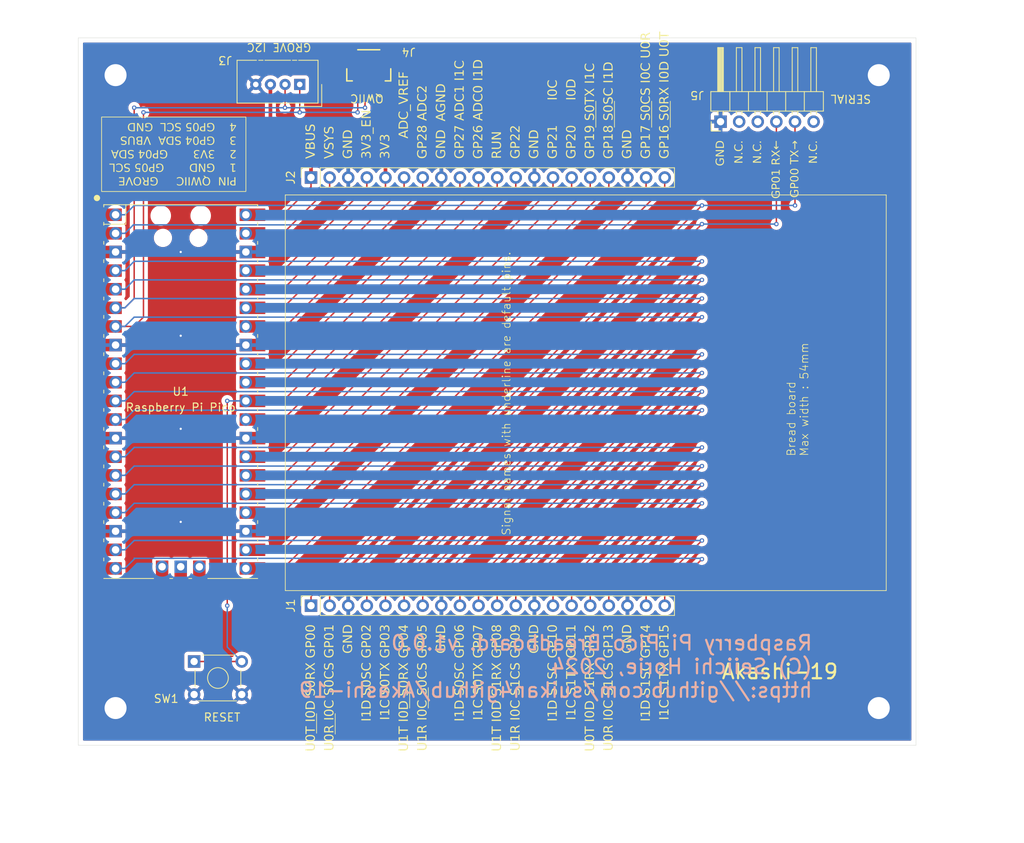
<source format=kicad_pcb>
(kicad_pcb (version 20221018) (generator pcbnew)
  (layers (0 "F.Cu" signal) (31 "B.Cu" signal) (34 "B.Paste" user) (35 "F.Paste" user) (36 "B.SilkS" user "B.Silkscreen") (37 "F.SilkS" user "F.Silkscreen") (38 "B.Mask" user) (39 "F.Mask" user) (44 "Edge.Cuts" user))
  (net 0 "")
  (net 4 "/SCL")
  (net 5 "/SDA")
  (net 6 "Net-(J2-Pin_4)")
  (net 7 "Net-(J1-Pin_4)")
  (net 8 "+5V")
  (net 9 "/TX")
  (net 10 "Net-(J2-Pin_9)")
  (net 11 "Net-(J2-Pin_10)")
  (net 12 "Net-(J2-Pin_11)")
  (net 13 "Net-(J2-Pin_12)")
  (net 14 "Net-(J2-Pin_14)")
  (net 15 "Net-(J2-Pin_15)")
  (net 16 "Net-(J2-Pin_16)")
  (net 17 "Net-(J2-Pin_17)")
  (net 18 "GND")
  (net 19 "Net-(J2-Pin_19)")
  (net 20 "Net-(J2-Pin_20)")
  (net 21 "Net-(J1-Pin_5)")
  (net 22 "Net-(J1-Pin_9)")
  (net 23 "Net-(J1-Pin_10)")
  (net 24 "Net-(J1-Pin_11)")
  (net 25 "Net-(J1-Pin_12)")
  (net 26 "Net-(J1-Pin_14)")
  (net 27 "Net-(J1-Pin_15)")
  (net 28 "Net-(J1-Pin_16)")
  (net 29 "Net-(J1-Pin_17)")
  (net 30 "Net-(J1-Pin_19)")
  (net 31 "Net-(J1-Pin_20)")
  (net 32 "Net-(J2-Pin_2)")
  (net 33 "+3.3V")
  (net 34 "Net-(J2-Pin_6)")
  (net 35 "Net-(J2-Pin_7)")
  (net 36 "/RX")
  (footprint "Connector_PinSocket_2.54mm:PinSocket_1x20_P2.54mm_Vertical" (layer "F.Cu") (at 129.54 129.54 90)
    (fp_text reference "J1" (at 0 -2.77 90) (layer "F.SilkS") (effects (font (size 1.1 1.1))))
    (fp_text value "Conn_01x20_Socket" hide)
    (pad "1" thru_hole rect (at 0 0 90) (size 1.7 1.7) (drill 1) (layers "*.Cu" "*.Mask") (net 9 "/TX"))
    (pad "2" thru_hole oval (at 0 2.54 90) (size 1.7 1.7) (drill 1) (layers "*.Cu" "*.Mask") (net 36 "/RX"))
    (pad "3" thru_hole oval (at 0 5.08 90) (size 1.7 1.7) (drill 1) (layers "*.Cu" "*.Mask") (net 18 "GND"))
    (pad "4" thru_hole oval (at 0 7.62 90) (size 1.7 1.7) (drill 1) (layers "*.Cu" "*.Mask") (net 7 "Net-(J1-Pin_4)"))
    (pad "5" thru_hole oval (at 0 10.16 90) (size 1.7 1.7) (drill 1) (layers "*.Cu" "*.Mask") (net 21 "Net-(J1-Pin_5)"))
    (pad "6" thru_hole oval (at 0 12.7 90) (size 1.7 1.7) (drill 1) (layers "*.Cu" "*.Mask") (net 5 "/SDA"))
    (pad "7" thru_hole oval (at 0 15.24 90) (size 1.7 1.7) (drill 1) (layers "*.Cu" "*.Mask") (net 4 "/SCL"))
    (pad "8" thru_hole oval (at 0 17.78 90) (size 1.7 1.7) (drill 1) (layers "*.Cu" "*.Mask") (net 18 "GND"))
    (pad "9" thru_hole oval (at 0 20.32 90) (size 1.7 1.7) (drill 1) (layers "*.Cu" "*.Mask") (net 22 "Net-(J1-Pin_9)"))
    (pad "10" thru_hole oval (at 0 22.86 90) (size 1.7 1.7) (drill 1) (layers "*.Cu" "*.Mask") (net 23 "Net-(J1-Pin_10)"))
    (pad "11" thru_hole oval (at 0 25.4 90) (size 1.7 1.7) (drill 1) (layers "*.Cu" "*.Mask") (net 24 "Net-(J1-Pin_11)"))
    (pad "12" thru_hole oval (at 0 27.94 90) (size 1.7 1.7) (drill 1) (layers "*.Cu" "*.Mask") (net 25 "Net-(J1-Pin_12)"))
    (pad "13" thru_hole oval (at 0 30.48 90) (size 1.7 1.7) (drill 1) (layers "*.Cu" "*.Mask") (net 18 "GND"))
    (pad "14" thru_hole oval (at 0 33.02 90) (size 1.7 1.7) (drill 1) (layers "*.Cu" "*.Mask") (net 26 "Net-(J1-Pin_14)"))
    (pad "15" thru_hole oval (at 0 35.56 90) (size 1.7 1.7) (drill 1) (layers "*.Cu" "*.Mask") (net 27 "Net-(J1-Pin_15)"))
    (pad "16" thru_hole oval (at 0 38.1 90) (size 1.7 1.7) (drill 1) (layers "*.Cu" "*.Mask") (net 28 "Net-(J1-Pin_16)"))
    (pad "17" thru_hole oval (at 0 40.64 90) (size 1.7 1.7) (drill 1) (layers "*.Cu" "*.Mask") (net 29 "Net-(J1-Pin_17)"))
    (pad "18" thru_hole oval (at 0 43.18 90) (size 1.7 1.7) (drill 1) (layers "*.Cu" "*.Mask") (net 18 "GND"))
    (pad "19" thru_hole oval (at 0 45.72 90) (size 1.7 1.7) (drill 1) (layers "*.Cu" "*.Mask") (net 30 "Net-(J1-Pin_19)"))
    (pad "20" thru_hole oval (at 0 48.26 90) (size 1.7 1.7) (drill 1) (layers "*.Cu" "*.Mask") (net 31 "Net-(J1-Pin_20)"))
  )
  (footprint "Button_Switch_THT:SW_TH_Tactile_Omron_B3F-10xx" (layer "F.Cu") (at 113.59 137.16)
    (fp_text reference "SW1" (at -3.81 5.08) (layer "F.SilkS") (effects (font (size 1.1 1.1))))
    (fp_text value "RESET" (at 3.81 7.62 unlocked) (layer "F.SilkS") (effects (font (size 1.1 1.1))))
    (pad "1" thru_hole rect (at 0 0) (size 1.7 1.7) (drill 1) (layers "*.Cu" "*.Mask") (net 12 "Net-(J2-Pin_11)"))
    (pad "1" thru_hole circle (at 6.5 0) (size 1.7 1.7) (drill 1) (layers "*.Cu" "*.Mask") (net 12 "Net-(J2-Pin_11)"))
    (pad "2" thru_hole circle (at 0 4.5) (size 1.7 1.7) (drill 1) (layers "*.Cu" "*.Mask") (net 18 "GND"))
    (pad "2" thru_hole circle (at 6.5 4.5) (size 1.7 1.7) (drill 1) (layers "*.Cu" "*.Mask") (net 18 "GND"))
  )
  (footprint "Connector_PinSocket_2.54mm:PinSocket_1x20_P2.54mm_Vertical" (layer "F.Cu") (at 129.54 71.12 90)
    (fp_text reference "J2" (at 0 -2.77 90) (layer "F.SilkS") (effects (font (size 1.1 1.1))))
    (fp_text value "Conn_01x20_Socket" hide)
    (pad "1" thru_hole rect (at 0 0 90) (size 1.7 1.7) (drill 1) (layers "*.Cu" "*.Mask") (net 8 "+5V"))
    (pad "2" thru_hole oval (at 0 2.54 90) (size 1.7 1.7) (drill 1) (layers "*.Cu" "*.Mask") (net 32 "Net-(J2-Pin_2)"))
    (pad "3" thru_hole oval (at 0 5.08 90) (size 1.7 1.7) (drill 1) (layers "*.Cu" "*.Mask") (net 18 "GND"))
    (pad "4" thru_hole oval (at 0 7.62 90) (size 1.7 1.7) (drill 1) (layers "*.Cu" "*.Mask") (net 6 "Net-(J2-Pin_4)"))
    (pad "5" thru_hole oval (at 0 10.16 90) (size 1.7 1.7) (drill 1) (layers "*.Cu" "*.Mask") (net 33 "+3.3V"))
    (pad "6" thru_hole oval (at 0 12.7 90) (size 1.7 1.7) (drill 1) (layers "*.Cu" "*.Mask") (net 34 "Net-(J2-Pin_6)"))
    (pad "7" thru_hole oval (at 0 15.24 90) (size 1.7 1.7) (drill 1) (layers "*.Cu" "*.Mask") (net 35 "Net-(J2-Pin_7)"))
    (pad "8" thru_hole oval (at 0 17.78 90) (size 1.7 1.7) (drill 1) (layers "*.Cu" "*.Mask") (net 18 "GND"))
    (pad "9" thru_hole oval (at 0 20.32 90) (size 1.7 1.7) (drill 1) (layers "*.Cu" "*.Mask") (net 10 "Net-(J2-Pin_9)"))
    (pad "10" thru_hole oval (at 0 22.86 90) (size 1.7 1.7) (drill 1) (layers "*.Cu" "*.Mask") (net 11 "Net-(J2-Pin_10)"))
    (pad "11" thru_hole oval (at 0 25.4 90) (size 1.7 1.7) (drill 1) (layers "*.Cu" "*.Mask") (net 12 "Net-(J2-Pin_11)"))
    (pad "12" thru_hole oval (at 0 27.94 90) (size 1.7 1.7) (drill 1) (layers "*.Cu" "*.Mask") (net 13 "Net-(J2-Pin_12)"))
    (pad "13" thru_hole oval (at 0 30.48 90) (size 1.7 1.7) (drill 1) (layers "*.Cu" "*.Mask") (net 18 "GND"))
    (pad "14" thru_hole oval (at 0 33.02 90) (size 1.7 1.7) (drill 1) (layers "*.Cu" "*.Mask") (net 14 "Net-(J2-Pin_14)"))
    (pad "15" thru_hole oval (at 0 35.56 90) (size 1.7 1.7) (drill 1) (layers "*.Cu" "*.Mask") (net 15 "Net-(J2-Pin_15)"))
    (pad "16" thru_hole oval (at 0 38.1 90) (size 1.7 1.7) (drill 1) (layers "*.Cu" "*.Mask") (net 16 "Net-(J2-Pin_16)"))
    (pad "17" thru_hole oval (at 0 40.64 90) (size 1.7 1.7) (drill 1) (layers "*.Cu" "*.Mask") (net 17 "Net-(J2-Pin_17)"))
    (pad "18" thru_hole oval (at 0 43.18 90) (size 1.7 1.7) (drill 1) (layers "*.Cu" "*.Mask") (net 18 "GND"))
    (pad "19" thru_hole oval (at 0 45.72 90) (size 1.7 1.7) (drill 1) (layers "*.Cu" "*.Mask") (net 19 "Net-(J2-Pin_19)"))
    (pad "20" thru_hole oval (at 0 48.26 90) (size 1.7 1.7) (drill 1) (layers "*.Cu" "*.Mask") (net 20 "Net-(J2-Pin_20)"))
  )
  (footprint "local_footprint:RPi_Pico_SMD_TH" (layer "F.Cu") (at 111.76 100.33)
    (fp_text reference "U1" (at 0 0) (layer "F.SilkS") (effects (font (size 1.1 1.1))))
    (fp_text value "Raspberry Pi Pico" (at 0 2.159) (layer "F.SilkS") (effects (font (size 1.1 1.1))))
    (pad "" np_thru_hole oval (at -2.725 -24) (size 1.8 1.8) (drill 1.8) (layers "*.Cu" "*.Mask"))
    (pad "" np_thru_hole oval (at -2.425 -20.97) (size 1.5 1.5) (drill 1.5) (layers "*.Cu" "*.Mask"))
    (pad "" np_thru_hole oval (at 2.425 -20.97) (size 1.5 1.5) (drill 1.5) (layers "*.Cu" "*.Mask"))
    (pad "" np_thru_hole oval (at 2.725 -24) (size 1.8 1.8) (drill 1.8) (layers "*.Cu" "*.Mask"))
    (pad "1" thru_hole oval (at -8.89 -24.13) (size 1.7 1.7) (drill 1.02) (layers "*.Cu" "*.Mask") (net 9 "/TX"))
    (pad "1" smd rect (at -8.89 -24.13) (size 3.5 1.7) (drill (offset -0.9 0)) (layers "F.Cu" "F.Mask") (net 9 "/TX"))
    (pad "2" thru_hole oval (at -8.89 -21.59) (size 1.7 1.7) (drill 1.02) (layers "*.Cu" "*.Mask") (net 36 "/RX"))
    (pad "2" smd rect (at -8.89 -21.59) (size 3.5 1.7) (drill (offset -0.9 0)) (layers "F.Cu" "F.Mask") (net 36 "/RX"))
    (pad "3" thru_hole rect (at -8.89 -19.05) (size 1.7 1.7) (drill 1.02) (layers "*.Cu" "*.Mask") (net 18 "GND"))
    (pad "3" smd rect (at -8.89 -19.05) (size 3.5 1.7) (drill (offset -0.9 0)) (layers "F.Cu" "F.Mask") (net 18 "GND"))
    (pad "4" thru_hole oval (at -8.89 -16.51) (size 1.7 1.7) (drill 1.02) (layers "*.Cu" "*.Mask") (net 7 "Net-(J1-Pin_4)"))
    (pad "4" smd rect (at -8.89 -16.51) (size 3.5 1.7) (drill (offset -0.9 0)) (layers "F.Cu" "F.Mask") (net 7 "Net-(J1-Pin_4)"))
    (pad "5" thru_hole oval (at -8.89 -13.97) (size 1.7 1.7) (drill 1.02) (layers "*.Cu" "*.Mask") (net 21 "Net-(J1-Pin_5)"))
    (pad "5" smd rect (at -8.89 -13.97) (size 3.5 1.7) (drill (offset -0.9 0)) (layers "F.Cu" "F.Mask") (net 21 "Net-(J1-Pin_5)"))
    (pad "6" thru_hole oval (at -8.89 -11.43) (size 1.7 1.7) (drill 1.02) (layers "*.Cu" "*.Mask") (net 5 "/SDA"))
    (pad "6" smd rect (at -8.89 -11.43) (size 3.5 1.7) (drill (offset -0.9 0)) (layers "F.Cu" "F.Mask") (net 5 "/SDA"))
    (pad "7" thru_hole oval (at -8.89 -8.89) (size 1.7 1.7) (drill 1.02) (layers "*.Cu" "*.Mask") (net 4 "/SCL"))
    (pad "7" smd rect (at -8.89 -8.89) (size 3.5 1.7) (drill (offset -0.9 0)) (layers "F.Cu" "F.Mask") (net 4 "/SCL"))
    (pad "8" thru_hole rect (at -8.89 -6.35) (size 1.7 1.7) (drill 1.02) (layers "*.Cu" "*.Mask") (net 18 "GND"))
    (pad "8" smd rect (at -8.89 -6.35) (size 3.5 1.7) (drill (offset -0.9 0)) (layers "F.Cu" "F.Mask") (net 18 "GND"))
    (pad "9" thru_hole oval (at -8.89 -3.81) (size 1.7 1.7) (drill 1.02) (layers "*.Cu" "*.Mask") (net 22 "Net-(J1-Pin_9)"))
    (pad "9" smd rect (at -8.89 -3.81) (size 3.5 1.7) (drill (offset -0.9 0)) (layers "F.Cu" "F.Mask") (net 22 "Net-(J1-Pin_9)"))
    (pad "10" thru_hole oval (at -8.89 -1.27) (size 1.7 1.7) (drill 1.02) (layers "*.Cu" "*.Mask") (net 23 "Net-(J1-Pin_10)"))
    (pad "10" smd rect (at -8.89 -1.27) (size 3.5 1.7) (drill (offset -0.9 0)) (layers "F.Cu" "F.Mask") (net 23 "Net-(J1-Pin_10)"))
    (pad "11" thru_hole oval (at -8.89 1.27) (size 1.7 1.7) (drill 1.02) (layers "*.Cu" "*.Mask") (net 24 "Net-(J1-Pin_11)"))
    (pad "11" smd rect (at -8.89 1.27) (size 3.5 1.7) (drill (offset -0.9 0)) (layers "F.Cu" "F.Mask") (net 24 "Net-(J1-Pin_11)"))
    (pad "12" thru_hole oval (at -8.89 3.81) (size 1.7 1.7) (drill 1.02) (layers "*.Cu" "*.Mask") (net 25 "Net-(J1-Pin_12)"))
    (pad "12" smd rect (at -8.89 3.81) (size 3.5 1.7) (drill (offset -0.9 0)) (layers "F.Cu" "F.Mask") (net 25 "Net-(J1-Pin_12)"))
    (pad "13" thru_hole rect (at -8.89 6.35) (size 1.7 1.7) (drill 1.02) (layers "*.Cu" "*.Mask") (net 18 "GND"))
    (pad "13" smd rect (at -8.89 6.35) (size 3.5 1.7) (drill (offset -0.9 0)) (layers "F.Cu" "F.Mask") (net 18 "GND"))
    (pad "14" thru_hole oval (at -8.89 8.89) (size 1.7 1.7) (drill 1.02) (layers "*.Cu" "*.Mask") (net 26 "Net-(J1-Pin_14)"))
    (pad "14" smd rect (at -8.89 8.89) (size 3.5 1.7) (drill (offset -0.9 0)) (layers "F.Cu" "F.Mask") (net 26 "Net-(J1-Pin_14)"))
    (pad "15" thru_hole oval (at -8.89 11.43) (size 1.7 1.7) (drill 1.02) (layers "*.Cu" "*.Mask") (net 27 "Net-(J1-Pin_15)"))
    (pad "15" smd rect (at -8.89 11.43) (size 3.5 1.7) (drill (offset -0.9 0)) (layers "F.Cu" "F.Mask") (net 27 "Net-(J1-Pin_15)"))
    (pad "16" thru_hole oval (at -8.89 13.97) (size 1.7 1.7) (drill 1.02) (layers "*.Cu" "*.Mask") (net 28 "Net-(J1-Pin_16)"))
    (pad "16" smd rect (at -8.89 13.97) (size 3.5 1.7) (drill (offset -0.9 0)) (layers "F.Cu" "F.Mask") (net 28 "Net-(J1-Pin_16)"))
    (pad "17" thru_hole oval (at -8.89 16.51) (size 1.7 1.7) (drill 1.02) (layers "*.Cu" "*.Mask") (net 29 "Net-(J1-Pin_17)"))
    (pad "17" smd rect (at -8.89 16.51) (size 3.5 1.7) (drill (offset -0.9 0)) (layers "F.Cu" "F.Mask") (net 29 "Net-(J1-Pin_17)"))
    (pad "18" thru_hole rect (at -8.89 19.05) (size 1.7 1.7) (drill 1.02) (layers "*.Cu" "*.Mask") (net 18 "GND"))
    (pad "18" smd rect (at -8.89 19.05) (size 3.5 1.7) (drill (offset -0.9 0)) (layers "F.Cu" "F.Mask") (net 18 "GND"))
    (pad "19" thru_hole oval (at -8.89 21.59) (size 1.7 1.7) (drill 1.02) (layers "*.Cu" "*.Mask") (net 30 "Net-(J1-Pin_19)"))
    (pad "19" smd rect (at -8.89 21.59) (size 3.5 1.7) (drill (offset -0.9 0)) (layers "F.Cu" "F.Mask") (net 30 "Net-(J1-Pin_19)"))
    (pad "20" thru_hole oval (at -8.89 24.13) (size 1.7 1.7) (drill 1.02) (layers "*.Cu" "*.Mask") (net 31 "Net-(J1-Pin_20)"))
    (pad "20" smd rect (at -8.89 24.13) (size 3.5 1.7) (drill (offset -0.9 0)) (layers "F.Cu" "F.Mask") (net 31 "Net-(J1-Pin_20)"))
    (pad "21" thru_hole oval (at 8.89 24.13) (size 1.7 1.7) (drill 1.02) (layers "*.Cu" "*.Mask") (net 20 "Net-(J2-Pin_20)"))
    (pad "21" smd rect (at 8.89 24.13) (size 3.5 1.7) (drill (offset 0.9 0)) (layers "F.Cu" "F.Mask") (net 20 "Net-(J2-Pin_20)"))
    (pad "22" thru_hole oval (at 8.89 21.59) (size 1.7 1.7) (drill 1.02) (layers "*.Cu" "*.Mask") (net 19 "Net-(J2-Pin_19)"))
    (pad "22" smd rect (at 8.89 21.59) (size 3.5 1.7) (drill (offset 0.9 0)) (layers "F.Cu" "F.Mask") (net 19 "Net-(J2-Pin_19)"))
    (pad "23" thru_hole rect (at 8.89 19.05) (size 1.7 1.7) (drill 1.02) (layers "*.Cu" "*.Mask") (net 18 "GND"))
    (pad "23" smd rect (at 8.89 19.05) (size 3.5 1.7) (drill (offset 0.9 0)) (layers "F.Cu" "F.Mask") (net 18 "GND"))
    (pad "24" thru_hole oval (at 8.89 16.51) (size 1.7 1.7) (drill 1.02) (layers "*.Cu" "*.Mask") (net 17 "Net-(J2-Pin_17)"))
    (pad "24" smd rect (at 8.89 16.51) (size 3.5 1.7) (drill (offset 0.9 0)) (layers "F.Cu" "F.Mask") (net 17 "Net-(J2-Pin_17)"))
    (pad "25" thru_hole oval (at 8.89 13.97) (size 1.7 1.7) (drill 1.02) (layers "*.Cu" "*.Mask") (net 16 "Net-(J2-Pin_16)"))
    (pad "25" smd rect (at 8.89 13.97) (size 3.5 1.7) (drill (offset 0.9 0)) (layers "F.Cu" "F.Mask") (net 16 "Net-(J2-Pin_16)"))
    (pad "26" thru_hole oval (at 8.89 11.43) (size 1.7 1.7) (drill 1.02) (layers "*.Cu" "*.Mask") (net 15 "Net-(J2-Pin_15)"))
    (pad "26" smd rect (at 8.89 11.43) (size 3.5 1.7) (drill (offset 0.9 0)) (layers "F.Cu" "F.Mask") (net 15 "Net-(J2-Pin_15)"))
    (pad "27" thru_hole oval (at 8.89 8.89) (size 1.7 1.7) (drill 1.02) (layers "*.Cu" "*.Mask") (net 14 "Net-(J2-Pin_14)"))
    (pad "27" smd rect (at 8.89 8.89) (size 3.5 1.7) (drill (offset 0.9 0)) (layers "F.Cu" "F.Mask") (net 14 "Net-(J2-Pin_14)"))
    (pad "28" thru_hole rect (at 8.89 6.35) (size 1.7 1.7) (drill 1.02) (layers "*.Cu" "*.Mask") (net 18 "GND"))
    (pad "28" smd rect (at 8.89 6.35) (size 3.5 1.7) (drill (offset 0.9 0)) (layers "F.Cu" "F.Mask") (net 18 "GND"))
    (pad "29" thru_hole oval (at 8.89 3.81) (size 1.7 1.7) (drill 1.02) (layers "*.Cu" "*.Mask") (net 13 "Net-(J2-Pin_12)"))
    (pad "29" smd rect (at 8.89 3.81) (size 3.5 1.7) (drill (offset 0.9 0)) (layers "F.Cu" "F.Mask") (net 13 "Net-(J2-Pin_12)"))
    (pad "30" thru_hole oval (at 8.89 1.27) (size 1.7 1.7) (drill 1.02) (layers "*.Cu" "*.Mask") (net 12 "Net-(J2-Pin_11)"))
    (pad "30" smd rect (at 8.89 1.27) (size 3.5 1.7) (drill (offset 0.9 0)) (layers "F.Cu" "F.Mask") (net 12 "Net-(J2-Pin_11)"))
    (pad "31" thru_hole oval (at 8.89 -1.27) (size 1.7 1.7) (drill 1.02) (layers "*.Cu" "*.Mask") (net 11 "Net-(J2-Pin_10)"))
    (pad "31" smd rect (at 8.89 -1.27) (size 3.5 1.7) (drill (offset 0.9 0)) (layers "F.Cu" "F.Mask") (net 11 "Net-(J2-Pin_10)"))
    (pad "32" thru_hole oval (at 8.89 -3.81) (size 1.7 1.7) (drill 1.02) (layers "*.Cu" "*.Mask") (net 10 "Net-(J2-Pin_9)"))
    (pad "32" smd rect (at 8.89 -3.81) (size 3.5 1.7) (drill (offset 0.9 0)) (layers "F.Cu" "F.Mask") (net 10 "Net-(J2-Pin_9)"))
    (pad "33" thru_hole rect (at 8.89 -6.35) (size 1.7 1.7) (drill 1.02) (layers "*.Cu" "*.Mask") (net 18 "GND"))
    (pad "33" smd rect (at 8.89 -6.35) (size 3.5 1.7) (drill (offset 0.9 0)) (layers "F.Cu" "F.Mask") (net 18 "GND"))
    (pad "34" thru_hole oval (at 8.89 -8.89) (size 1.7 1.7) (drill 1.02) (layers "*.Cu" "*.Mask") (net 35 "Net-(J2-Pin_7)"))
    (pad "34" smd rect (at 8.89 -8.89) (size 3.5 1.7) (drill (offset 0.9 0)) (layers "F.Cu" "F.Mask") (net 35 "Net-(J2-Pin_7)"))
    (pad "35" thru_hole oval (at 8.89 -11.43) (size 1.7 1.7) (drill 1.02) (layers "*.Cu" "*.Mask") (net 34 "Net-(J2-Pin_6)"))
    (pad "35" smd rect (at 8.89 -11.43) (size 3.5 1.7) (drill (offset 0.9 0)) (layers "F.Cu" "F.Mask") (net 34 "Net-(J2-Pin_6)"))
    (pad "36" thru_hole oval (at 8.89 -13.97) (size 1.7 1.7) (drill 1.02) (layers "*.Cu" "*.Mask") (net 33 "+3.3V"))
    (pad "36" smd rect (at 8.89 -13.97) (size 3.5 1.7) (drill (offset 0.9 0)) (layers "F.Cu" "F.Mask") (net 33 "+3.3V"))
    (pad "37" thru_hole oval (at 8.89 -16.51) (size 1.7 1.7) (drill 1.02) (layers "*.Cu" "*.Mask") (net 6 "Net-(J2-Pin_4)"))
    (pad "37" smd rect (at 8.89 -16.51) (size 3.5 1.7) (drill (offset 0.9 0)) (layers "F.Cu" "F.Mask") (net 6 "Net-(J2-Pin_4)"))
    (pad "38" thru_hole rect (at 8.89 -19.05) (size 1.7 1.7) (drill 1.02) (layers "*.Cu" "*.Mask") (net 18 "GND"))
    (pad "38" smd rect (at 8.89 -19.05) (size 3.5 1.7) (drill (offset 0.9 0)) (layers "F.Cu" "F.Mask") (net 18 "GND"))
    (pad "39" thru_hole oval (at 8.89 -21.59) (size 1.7 1.7) (drill 1.02) (layers "*.Cu" "*.Mask") (net 32 "Net-(J2-Pin_2)"))
    (pad "39" smd rect (at 8.89 -21.59) (size 3.5 1.7) (drill (offset 0.9 0)) (layers "F.Cu" "F.Mask") (net 32 "Net-(J2-Pin_2)"))
    (pad "40" thru_hole oval (at 8.89 -24.13) (size 1.7 1.7) (drill 1.02) (layers "*.Cu" "*.Mask") (net 8 "+5V"))
    (pad "40" smd rect (at 8.89 -24.13) (size 3.5 1.7) (drill (offset 0.9 0)) (layers "F.Cu" "F.Mask") (net 8 "+5V"))
    (pad "41" thru_hole oval (at -2.54 23.9) (size 1.7 1.7) (drill 1.02) (layers "*.Cu" "*.Mask"))
    (pad "41" smd rect (at -2.54 23.9 90) (size 3.5 1.7) (drill (offset -0.9 0)) (layers "F.Cu" "F.Mask"))
    (pad "42" thru_hole rect (at 0 23.9) (size 1.7 1.7) (drill 1.02) (layers "*.Cu" "*.Mask"))
    (pad "42" smd rect (at 0 23.9 90) (size 3.5 1.7) (drill (offset -0.9 0)) (layers "F.Cu" "F.Mask"))
    (pad "43" thru_hole oval (at 2.54 23.9) (size 1.7 1.7) (drill 1.02) (layers "*.Cu" "*.Mask"))
    (pad "43" smd rect (at 2.54 23.9 90) (size 3.5 1.7) (drill (offset -0.9 0)) (layers "F.Cu" "F.Mask"))
  )
  (footprint "Connector_PinHeader_2.54mm:PinHeader_1x06_P2.54mm_Horizontal" (layer "F.Cu") (at 185.42 63.5 90)
    (fp_text reference "J5" (at 3.613 -3.175 180 unlocked) (layer "F.SilkS") (effects (font (size 1.1 1.1))))
    (fp_text value "SERIAL" (at 3.105 17.78 180 unlocked) (layer "F.SilkS") (effects (font (size 1.1 1.1))))
    (pad "1" thru_hole rect (at 0 0 90) (size 1.7 1.7) (drill 1) (layers "*.Cu" "*.Mask") (net 18 "GND"))
    (pad "2" thru_hole oval (at 0 2.54 90) (size 1.7 1.7) (drill 1) (layers "*.Cu" "*.Mask"))
    (pad "3" thru_hole oval (at 0 5.08 90) (size 1.7 1.7) (drill 1) (layers "*.Cu" "*.Mask"))
    (pad "4" thru_hole oval (at 0 7.62 90) (size 1.7 1.7) (drill 1) (layers "*.Cu" "*.Mask") (net 36 "/RX"))
    (pad "5" thru_hole oval (at 0 10.16 90) (size 1.7 1.7) (drill 1) (layers "*.Cu" "*.Mask") (net 9 "/TX"))
    (pad "6" thru_hole oval (at 0 12.7 90) (size 1.7 1.7) (drill 1) (layers "*.Cu" "*.Mask"))
  )
  (footprint "sparkfun_conn:JST04_1MM_RA" (layer "F.Cu") (at 137.42 58.285 180)
    (fp_text reference "J4" (at -5.455 4.945 180 unlocked) (layer "F.SilkS") (effects (font (size 1.1 1.1)) (justify bottom)))
    (fp_text value "QWIIC" (at 0.26 -1.405 180 unlocked) (layer "F.SilkS") (effects (font (size 1.1 1.1)) (justify bottom)))
    (pad "1" smd rect (at -1.5 0 180) (size 0.6 1.35) (layers "F.Cu" "F.Paste" "F.Mask") (net 18 "GND"))
    (pad "2" smd rect (at -0.5 0 180) (size 0.6 1.35) (layers "F.Cu" "F.Paste" "F.Mask") (net 33 "+3.3V"))
    (pad "3" smd rect (at 0.5 0 180) (size 0.6 1.35) (layers "F.Cu" "F.Paste" "F.Mask") (net 5 "/SDA"))
    (pad "4" smd rect (at 1.5 0 180) (size 0.6 1.35) (layers "F.Cu" "F.Paste" "F.Mask") (net 4 "/SCL"))
    (pad "NC1" smd rect (at 2.8 3.675 180) (size 1.2 2) (layers "F.Cu" "F.Paste" "F.Mask"))
    (pad "NC2" smd rect (at -2.8 3.675 180) (size 1.2 2) (layers "F.Cu" "F.Paste" "F.Mask"))
  )
  (footprint "Connector:NS-Tech_Grove_1x04_P2mm_Vertical" (layer "F.Cu") (at 128 58.42 -90)
    (fp_text reference "J3" (at -3.3 10.16 -180 unlocked) (layer "F.SilkS") (effects (font (size 1.1 1.1))))
    (fp_text value "GROVE I2C" (at -5.08 2.83 180 unlocked) (layer "F.SilkS") (effects (font (size 1.1 1.1))))
    (pad "1" thru_hole rect (at 0 0 270) (size 1.524 1.524) (drill 0.762) (layers "*.Cu" "*.Mask") (net 4 "/SCL"))
    (pad "2" thru_hole circle (at 0 2 270) (size 1.524 1.524) (drill 0.762) (layers "*.Cu" "*.Mask") (net 5 "/SDA"))
    (pad "3" thru_hole circle (at 0 4 270) (size 1.524 1.524) (drill 0.762) (layers "*.Cu" "*.Mask") (net 8 "+5V"))
    (pad "4" thru_hole circle (at 0 6 270) (size 1.524 1.524) (drill 0.762) (layers "*.Cu" "*.Mask") (net 18 "GND"))
  )
  (gr_line (start 178.562 64.262) (end 178.562 60.706) (stroke (width 0.1)) (layer "F.SilkS"))
  (gr_line (start 145.542 143.51) (end 145.542 140.716) (stroke (width 0.1)) (layer "F.SilkS"))
  (gr_line (start 132.842 147.066) (end 132.842 144.272) (stroke (width 0.1)) (layer "F.SilkS"))
  (gr_line (start 126.03 73.49) (end 126.03 127.49) (stroke (width 0.1)) (layer "F.SilkS"))
  (gr_line (start 208.03 127.49) (end 208.03 73.49) (stroke (width 0.1)) (layer "F.SilkS"))
  (gr_line (start 143.002 143.51) (end 143.002 140.716) (stroke (width 0.1)) (layer "F.SilkS"))
  (gr_line (start 208.03 73.49) (end 126.03 73.49) (stroke (width 0.1)) (layer "F.SilkS"))
  (gr_line (start 130.302 146.939) (end 130.302 144.272) (stroke (width 0.1)) (layer "F.SilkS"))
  (gr_line (start 168.402 64.262) (end 168.402 60.706) (stroke (width 0.1)) (layer "F.SilkS"))
  (gr_rect (start 100.965 62.865) (end 120.65 73.025) (stroke (width 0.1)) (fill none) (layer "F.SilkS"))
  (gr_line (start 176.022 64.262) (end 176.022 60.706) (stroke (width 0.1)) (layer "F.SilkS"))
  (gr_line (start 126.03 127.49) (end 208.03 127.49) (stroke (width 0.1)) (layer "F.SilkS"))
  (gr_line (start 170.942 64.262) (end 170.942 60.706) (stroke (width 0.1)) (layer "F.SilkS"))
  (gr_circle (center 100.33 73.914) (end 100.711 73.914) (stroke (width 0.1)) (fill solid) (layer "F.SilkS"))
  (gr_line (start 212.09 52.07) (end 97.79 52.07) (stroke (width 0.05)) (layer "Edge.Cuts"))
  (gr_line (start 97.79 148.59) (end 212.09 148.59) (stroke (width 0.05)) (layer "Edge.Cuts"))
  (gr_line (start 97.79 52.07) (end 97.79 148.59) (stroke (width 0.05)) (layer "Edge.Cuts"))
  (gr_line (start 212.09 148.59) (end 212.09 52.07) (stroke (width 0.05)) (layer "Edge.Cuts"))
  (gr_text "Raspberry Pi Pico Breadboard. v1.0.0\n(C) Seiichi Horie, 2024\nhttps://github.com/suikan4github/Akashi-19" (at 198.12 142.24) (layer "B.SilkS") (effects (font (size 2 2) (thickness 0.3)) (justify left bottom mirror)))
  (gr_text "GND" (at 172.72 68.58 90) (layer "F.SilkS") (effects (font (size 1.25 1.25) (thickness 0.125)) (justify left)))
  (gr_text "GND" (at 134.62 68.58 90) (layer "F.SilkS") (effects (font (size 1.25 1.25) (thickness 0.125)) (justify left)))
  (gr_text "I1C S0TX GP03" (at 139.7 132.08 90) (layer "F.SilkS") (effects (font (size 1.25 1.25) (thickness 0.125)) (justify right)))
  (gr_text "U0R I0C S1CS GP13" (at 170.18 132.08 90) (layer "F.SilkS") (effects (font (size 1.25 1.25) (thickness 0.125)) (justify right)))
  (gr_text "I1C S1TX GP15" (at 177.8 132.08 90) (layer "F.SilkS") (effects (font (size 1.25 1.25) (thickness 0.125)) (justify right)))
  (gr_text "GP19 S0TX I1C" (at 167.64 68.58 90) (layer "F.SilkS") (effects (font (size 1.25 1.25) (thickness 0.125)) (justify left)))
  (gr_text "GP00 TX→" (at 195.58 66.04 90) (layer "F.SilkS") (effects (font (size 1.1 1.1) (thickness 0.125)) (justify right)))
  (gr_text "N.C." (at 190.5 66.04 90) (layer "F.SilkS") (effects (font (size 1.1 1.1) (thickness 0.125)) (justify right)))
  (gr_text "VBUS" (at 129.54 68.58 90) (layer "F.SilkS") (effects (font (size 1.25 1.25) (thickness 0.125)) (justify left)))
  (gr_text "U0T I0D S0RX GP00" (at 129.54 132.08 90) (layer "F.SilkS") (effects (font (size 1.25 1.25) (thickness 0.125)) (justify right)))
  (gr_text "N.C." (at 187.96 66.04 90) (layer "F.SilkS") (effects (font (size 1.1 1.1) (thickness 0.125)) (justify right)))
  (gr_text "GND" (at 134.62 132.08 90) (layer "F.SilkS") (effects (font (size 1.25 1.25) (thickness 0.125)) (justify right)))
  (gr_text "I1C S0TX GP07" (at 152.4 132.08 90) (layer "F.SilkS") (effects (font (size 1.25 1.25) (thickness 0.125)) (justify right)))
  (gr_text "GP27 ADC1 I1C" (at 149.86 68.58 90) (layer "F.SilkS") (effects (font (size 1.25 1.25) (thickness 0.125)) (justify left)))
  (gr_text "GND" (at 185.42 66.04 90) (layer "F.SilkS") (effects (font (size 1.1 1.1) (thickness 0.125)) (justify right)))
  (gr_text "GND" (at 147.32 132.08 90) (layer "F.SilkS") (effects (font (size 1.25 1.25) (thickness 0.125)) (justify right)))
  (gr_text "GP22" (at 157.48 68.58 90) (layer "F.SilkS") (effects (font (size 1.25 1.25) (thickness 0.125)) (justify left)))
  (gr_text "U0T I0D S1RX GP12" (at 167.64 132.08 90) (layer "F.SilkS") (effects (font (size 1.25 1.25) (thickness 0.125)) (justify right)))
  (gr_text "GND" (at 160.02 132.08 90) (layer "F.SilkS") (effects (font (size 1.25 1.25) (thickness 0.125)) (justify right)))
  (gr_text "I1D S1SC GP14" (at 175.26 132.08 90) (layer "F.SilkS") (effects (font (size 1.25 1.25) (thickness 0.125)) (justify right)))
  (gr_text "GP17 S0CS I0C U0R" (at 175.26 68.58 90) (layer "F.SilkS") (effects (font (size 1.25 1.25) (thickness 0.125)) (justify left)))
  (gr_text "GP26 ADC0 I1D" (at 152.4 68.58 90) (layer "F.SilkS") (effects (font (size 1.25 1.25) (thickness 0.125)) (justify left)))
  (gr_text "U1T I0D S0RX GP04" (at 142.24 132.08 90) (layer "F.SilkS") (effects (font (size 1.25 1.25) (thickness 0.125)) (justify right)))
  (gr_text "VSYS" (at 132.08 68.58 90) (layer "F.SilkS") (effects (font (size 1.25 1.25) (thickness 0.125)) (justify left)))
  (gr_text "U0R I0C S0CS GP01" (at 132.08 132.08 90) (layer "F.SilkS") (effects (font (size 1.25 1.25) (thickness 0.125)) (justify right)))
  (gr_text "U1R I0C S0CS GP05" (at 144.78 132.08 90) (layer "F.SilkS") (effects (font (size 1.25 1.25) (thickness 0.125)) (justify right)))
  (gr_text "I1D S0SC GP06" (at 149.86 132.08 90) (layer "F.SilkS") (effects (font (size 1.25 1.25) (thickness 0.125)) (justify right)))
  (gr_text "I1D S1SC GP10" (at 162.56 132.08 90) (layer "F.SilkS") (effects (font (size 1.25 1.25) (thickness 0.125)) (justify right)))
  (gr_text "U1R I0C S1CS GP09" (at 157.48 132.08 90) (layer "F.SilkS") (effects (font (size 1.25 1.25) (thickness 0.125)) (justify right)))
  (gr_text "3V3_EN" (at 137.16 68.58 90) (layer "F.SilkS") (effects (font (size 1.25 1.25) (thickness 0.125)) (justify left)))
  (gr_text "PIN  QWIIC     GROVE\n1    GND       GP05 SCL\n2    3V3       GP04 SDA\n3    GP04 SDA  VBUS\n4    GP05 SCL  GND\n" (at 119.38 63.5 180) (layer "F.SilkS") (effects (font (size 1.1 1.1) (thickness 0.1)) (justify left bottom)))
  (gr_text "GND" (at 160.02 68.58 90) (layer "F.SilkS") (effects (font (size 1.25 1.25) (thickness 0.125)) (justify left)))
  (gr_text "RUN" (at 154.94 68.58 90) (layer "F.SilkS") (effects (font (size 1.25 1.25) (thickness 0.125)) (justify left)))
  (gr_text "Bread board\nMax width : 54mm" (at 197.485 109.22 90) (layer "F.SilkS") (effects (font (size 1.1 1.1) (thickness 0.1)) (justify left bottom)))
  (gr_text "GND" (at 172.72 132.08 90) (layer "F.SilkS") (effects (font (size 1.25 1.25) (thickness 0.125)) (justify right)))
  (gr_text "GND  AGND" (at 147.32 68.58 90) (layer "F.SilkS") (effects (font (size 1.25 1.25) (thickness 0.125)) (justify left)))
  (gr_text "     ADC_VREF" (at 142.24 68.58 90) (layer "F.SilkS") (effects (font (size 1.25 1.25) (thickness 0.125)) (justify left)))
  (gr_text "N.C." (at 198.12 66.04 90) (layer "F.SilkS") (effects (font (size 1.1 1.1) (thickness 0.125)) (justify right)))
  (gr_text "GP18 S0SC I1D" (at 170.18 68.58 90) (layer "F.SilkS") (effects (font (size 1.25 1.25) (thickness 0.125)) (justify left)))
  (gr_text "GP21      I0C" (at 162.56 68.58 90) (layer "F.SilkS") (effects (font (size 1.25 1.25) (thickness 0.125)) (justify left)))
  (gr_text "3V3" (at 139.7 68.58 90) (layer "F.SilkS") (effects (font (size 1.25 1.25) (thickness 0.125)) (justify left)))
  (gr_text "Signal names with underline are default pins. " (at 156.845 120.015 90) (layer "F.SilkS") (effects (font (size 1.1 1.1) (thickness 0.1)) (justify left bottom)))
  (gr_text "U1T I0D S1RX GP08" (at 154.94 132.08 90) (layer "F.SilkS") (effects (font (size 1.25 1.25) (thickness 0.125)) (justify right)))
  (gr_text "GP28 ADC2" (at 144.78 68.58 90) (layer "F.SilkS") (effects (font (size 1.25 1.25) (thickness 0.125)) (justify left)))
  (gr_text "I1D S0SC GP02" (at 137.16 132.08 90) (layer "F.SilkS") (effects (font (size 1.25 1.25) (thickness 0.125)) (justify right)))
  (gr_text "GP01 RX←" (at 193.04 66.04 90) (layer "F.SilkS") (effects (font (size 1.1 1.1) (thickness 0.125)) (justify right)))
  (gr_text "GP16 S0RX I0D U0T" (at 177.8 68.58 90) (layer "F.SilkS") (effects (font (size 1.25 1.25) (thickness 0.125)) (justify left)))
  (gr_text "GP20      I0D" (at 165.1 68.58 90) (layer "F.SilkS") (effects (font (size 1.25 1.25) (thickness 0.125)) (justify left)))
  (gr_text "I1C S1TX GP11" (at 165.1 132.08 90) (layer "F.SilkS") (effects (font (size 1.25 1.25) (thickness 0.125)) (justify right)))
  (gr_text "Akashi-19" (at 185.42 139.7) (layer "F.SilkS") (effects (font (size 2 2) (thickness 0.3)) (justify left bottom)))
  (segment (start 106.68 90.17) (end 105.41 91.44) (width 0.2) (layer "F.Cu") (net 4))
  (segment (start 144.78 128.27) (end 182.88 90.17) (width 0.2) (layer "F.Cu") (net 4))
  (segment (start 105.41 91.44) (end 102.87 91.44) (width 0.2) (layer "F.Cu") (net 4))
  (segment (start 128 62.23) (end 128 58.42) (width 0.2) (layer "F.Cu") (net 4))
  (segment (start 144.78 129.54) (end 144.78 128.27) (width 0.2) (layer "F.Cu") (net 4))
  (segment (start 106.68 62.23) (end 106.68 90.17) (width 0.2) (layer "F.Cu") (net 4))
  (segment (start 135.89 62.23) (end 135.92 62.2) (width 0.2) (layer "F.Cu") (net 4))
  (segment (start 135.92 62.2) (end 135.92 58.285) (width 0.2) (layer "F.Cu") (net 4))
  (segment (start 127.889 62.23) (end 127.92 62.199) (width 0.2) (layer "F.Cu") (net 4))
  (via (at 135.89 62.23) (size 0.6) (drill 0.3) (layers "F.Cu" "B.Cu") (net 4))
  (via (at 106.68 62.23) (size 0.6) (drill 0.3) (layers "F.Cu" "B.Cu") (net 4))
  (via (at 128 62.23) (size 0.6) (drill 0.3) (layers "F.Cu" "B.Cu") (net 4))
  (via (at 182.88 90.17) (size 0.6) (drill 0.3) (layers "F.Cu" "B.Cu") (net 4))
  (segment (start 105.41 90.17) (end 104.14 91.44) (width 0.2) (layer "B.Cu") (net 4))
  (segment (start 129.54 62.23) (end 135.89 62.23) (width 0.2) (layer "B.Cu") (net 4))
  (segment (start 127.635 62.23) (end 129.54 62.23) (width 0.2) (layer "B.Cu") (net 4))
  (segment (start 182.88 90.17) (end 105.41 90.17) (width 0.2) (layer "B.Cu") (net 4))
  (segment (start 104.14 91.44) (end 102.87 91.44) (width 0.2) (layer "B.Cu") (net 4))
  (segment (start 127.635 62.23) (end 106.68 62.23) (width 0.2) (layer "B.Cu") (net 4))
  (segment (start 125.984 61.595) (end 126 61.579) (width 0.2) (layer "F.Cu") (net 5))
  (segment (start 105.41 61.595) (end 105.41 87.63) (width 0.2) (layer "F.Cu") (net 5))
  (segment (start 142.24 129.54) (end 142.24 128.27) (width 0.2) (layer "F.Cu") (net 5))
  (segment (start 104.14 88.9) (end 102.87 88.9) (width 0.2) (layer "F.Cu") (net 5))
  (segment (start 105.41 87.63) (end 104.14 88.9) (width 0.2) (layer "F.Cu") (net 5))
  (segment (start 136.906 61.595) (end 136.92 58.285) (width 0.2) (layer "F.Cu") (net 5))
  (segment (start 142.24 128.27) (end 182.88 87.63) (width 0.2) (layer "F.Cu") (net 5))
  (segment (start 126 61.579) (end 126 58.42) (width 0.2) (layer "F.Cu") (net 5))
  (via (at 125.984 61.595) (size 0.6) (drill 0.3) (layers "F.Cu" "B.Cu") (net 5))
  (via (at 136.906 61.595) (size 0.6) (drill 0.3) (layers "F.Cu" "B.Cu") (net 5))
  (via (at 105.41 61.595) (size 0.6) (drill 0.3) (layers "F.Cu" "B.Cu") (net 5))
  (via (at 182.88 87.63) (size 0.6) (drill 0.3) (layers "F.Cu" "B.Cu") (net 5))
  (segment (start 102.87 88.9) (end 104.14 88.9) (width 0.2) (layer "B.Cu") (net 5))
  (segment (start 104.14 88.9) (end 105.41 87.63) (width 0.2) (layer "B.Cu") (net 5))
  (segment (start 105.41 87.63) (end 182.88 87.63) (width 0.2) (layer "B.Cu") (net 5))
  (segment (start 125.73 61.595) (end 105.41 61.595) (width 0.2) (layer "B.Cu") (net 5))
  (segment (start 136.906 61.595) (end 125.73 61.595) (width 0.2) (layer "B.Cu") (net 5))
  (segment (start 137.16 71.12) (end 137.16 72.39) (width 0.2) (layer "F.Cu") (net 6))
  (segment (start 137.16 72.39) (end 125.73 83.82) (width 0.2) (layer "F.Cu") (net 6))
  (segment (start 125.73 83.82) (end 120.65 83.82) (width 0.2) (layer "F.Cu") (net 6))
  (segment (start 137.16 128.27) (end 182.88 82.55) (width 0.2) (layer "F.Cu") (net 7))
  (segment (start 137.16 129.54) (end 137.16 128.27) (width 0.2) (layer "F.Cu") (net 7))
  (via (at 182.88 82.55) (size 0.6) (drill 0.3) (layers "F.Cu" "B.Cu") (net 7))
  (segment (start 105.41 82.55) (end 104.14 83.82) (width 0.2) (layer "B.Cu") (net 7))
  (segment (start 104.14 83.82) (end 102.87 83.82) (width 0.2) (layer "B.Cu") (net 7))
  (segment (start 182.88 82.55) (end 105.41 82.55) (width 0.2) (layer "B.Cu") (net 7))
  (segment (start 128.27 64.77) (end 125.73 64.77) (width 0.5) (layer "F.Cu") (net 8))
  (segment (start 125.73 76.2) (end 120.65 76.2) (width 0.2) (layer "F.Cu") (net 8))
  (segment (start 129.54 71.12) (end 129.54 72.39) (width 0.2) (layer "F.Cu") (net 8))
  (segment (start 129.54 72.39) (end 125.73 76.2) (width 0.2) (layer "F.Cu") (net 8))
  (segment (start 125.73 64.77) (end 124 63.04) (width 0.5) (layer "F.Cu") (net 8))
  (segment (start 129.54 66.04) (end 128.27 64.77) (width 0.5) (layer "F.Cu") (net 8))
  (segment (start 123.825 58.515) (end 123.92 58.42) (width 0.5) (layer "F.Cu") (net 8))
  (segment (start 124 63.04) (end 124 58.42) (width 0.5) (layer "F.Cu") (net 8))
  (segment (start 129.54 71.12) (end 129.54 66.04) (width 0.5) (layer "F.Cu") (net 8))
  (segment (start 129.54 128.27) (end 182.88 74.93) (width 0.2) (layer "F.Cu") (net 9))
  (segment (start 129.54 129.54) (end 129.54 128.27) (width 0.2) (layer "F.Cu") (net 9))
  (segment (start 195.58 74.93) (end 195.58 64.065) (width 0.2) (layer "F.Cu") (net 9))
  (via (at 182.88 74.93) (size 0.6) (drill 0.3) (layers "F.Cu" "B.Cu") (net 9))
  (via (at 195.58 74.93) (size 0.6) (drill 0.3) (layers "F.Cu" "B.Cu") (net 9))
  (segment (start 195.58 74.93) (end 193.04 74.93) (width 0.2) (layer "B.Cu") (net 9))
  (segment (start 182.88 74.93) (end 105.41 74.93) (width 0.2) (layer "B.Cu") (net 9))
  (segment (start 104.14 76.2) (end 105.41 74.93) (width 0.2) (layer "B.Cu") (net 9))
  (segment (start 102.87 76.2) (end 104.14 76.2) (width 0.2) (layer "B.Cu") (net 9))
  (segment (start 193.04 74.93) (end 182.88 74.93) (width 0.2) (layer "B.Cu") (net 9))
  (segment (start 149.86 71.12) (end 149.86 72.39) (width 0.2) (layer "F.Cu") (net 10))
  (segment (start 149.86 72.39) (end 125.73 96.52) (width 0.2) (layer "F.Cu") (net 10))
  (segment (start 125.73 96.52) (end 120.65 96.52) (width 0.2) (layer "F.Cu") (net 10))
  (segment (start 125.73 99.06) (end 120.65 99.06) (width 0.2) (layer "F.Cu") (net 11))
  (segment (start 152.4 72.39) (end 125.73 99.06) (width 0.2) (layer "F.Cu") (net 11))
  (segment (start 152.4 71.12) (end 152.4 72.39) (width 0.2) (layer "F.Cu") (net 11))
  (segment (start 154.94 71.12) (end 154.94 72.39) (width 0.2) (layer "F.Cu") (net 12))
  (segment (start 125.73 101.6) (end 120.65 101.6) (width 0.2) (layer "F.Cu") (net 12))
  (segment (start 154.94 72.39) (end 125.73 101.6) (width 0.2) (layer "F.Cu") (net 12))
  (segment (start 118.11 129.54) (end 118.11 101.6) (width 0.2) (layer "F.Cu") (net 12))
  (segment (start 113.59 137.16) (end 120.09 137.16) (width 0.2) (layer "F.Cu") (net 12))
  (via (at 118.11 101.6) (size 0.6) (drill 0.3) (layers "F.Cu" "B.Cu") (net 12))
  (via (at 118.11 129.54) (size 0.6) (drill 0.3) (layers "F.Cu" "B.Cu") (net 12))
  (segment (start 119.38 101.6) (end 118.11 101.6) (width 0.2) (layer "B.Cu") (net 12))
  (segment (start 118.11 135.18) (end 120.09 137.16) (width 0.2) (layer "B.Cu") (net 12))
  (segment (start 118.11 129.54) (end 118.11 135.18) (width 0.2) (layer "B.Cu") (net 12))
  (segment (start 119.38 101.6) (end 120.65 101.6) (width 0.2) (layer "B.Cu") (net 12))
  (segment (start 157.48 72.39) (end 125.73 104.14) (width 0.2) (layer "F.Cu") (net 13))
  (segment (start 157.48 71.12) (end 157.48 72.39) (width 0.2) (layer "F.Cu") (net 13))
  (segment (start 125.73 104.14) (end 120.65 104.14) (width 0.2) (layer "F.Cu") (net 13))
  (segment (start 125.73 109.22) (end 120.65 109.22) (width 0.2) (layer "F.Cu") (net 14))
  (segment (start 162.56 72.39) (end 125.73 109.22) (width 0.2) (layer "F.Cu") (net 14))
  (segment (start 162.56 71.12) (end 162.56 72.39) (width 0.2) (layer "F.Cu") (net 14))
  (segment (start 125.73 111.76) (end 120.65 111.76) (width 0.2) (layer "F.Cu") (net 15))
  (segment (start 165.1 72.39) (end 125.73 111.76) (width 0.2) (layer "F.Cu") (net 15))
  (segment (start 165.1 71.12) (end 165.1 72.39) (width 0.2) (layer "F.Cu") (net 15))
  (segment (start 125.73 114.3) (end 120.65 114.3) (width 0.2) (layer "F.Cu") (net 16))
  (segment (start 167.64 72.39) (end 125.73 114.3) (width 0.2) (layer "F.Cu") (net 16))
  (segment (start 167.64 71.12) (end 167.64 72.39) (width 0.2) (layer "F.Cu") (net 16))
  (segment (start 125.73 116.84) (end 120.65 116.84) (width 0.2) (layer "F.Cu") (net 17))
  (segment (start 170.18 72.39) (end 125.73 116.84) (width 0.2) (layer "F.Cu") (net 17))
  (segment (start 170.18 71.12) (end 170.18 72.39) (width 0.2) (layer "F.Cu") (net 17))
  (via (at 111.76 81.28) (size 0.6) (drill 0.3) (layers "F.Cu" "B.Cu") (net 18))
  (via (at 102.87 57.15) (size 5) (drill 3) (layers "F.Cu" "B.Cu") (net 18))
  (via locked (at 207.01 57.15) (size 5) (drill 3) (layers "F.Cu" "B.Cu") (net 18))
  (via locked (at 207.01 143.51) (size 5) (drill 3) (layers "F.Cu" "B.Cu") (net 18))
  (via locked (at 102.87 143.51) (size 5) (drill 3) (layers "F.Cu" "B.Cu") (net 18))
  (via (at 111.76 92.71) (size 0.6) (drill 0.3) (layers "F.Cu" "B.Cu") (net 18))
  (via (at 111.76 105.41) (size 0.6) (drill 0.3) (layers "F.Cu" "B.Cu") (net 18))
  (via (at 111.76 118.11) (size 0.6) (drill 0.3) (layers "F.Cu" "B.Cu") (net 18))
  (segment (start 175.26 71.12) (end 175.26 72.39) (width 0.2) (layer "F.Cu") (net 19))
  (segment (start 175.26 72.39) (end 125.73 121.92) (width 0.2) (layer "F.Cu") (net 19))
  (segment (start 125.73 121.92) (end 120.65 121.92) (width 0.2) (layer "F.Cu") (net 19))
  (segment (start 177.8 71.12) (end 177.8 72.39) (width 0.2) (layer "F.Cu") (net 20))
  (segment (start 125.73 124.46) (end 120.65 124.46) (width 0.2) (layer "F.Cu") (net 20))
  (segment (start 177.8 72.39) (end 125.73 124.46) (width 0.2) (layer "F.Cu") (net 20))
  (segment (start 139.7 129.54) (end 139.7 128.27) (width 0.2) (layer "F.Cu") (net 21))
  (segment (start 139.7 128.27) (end 182.88 85.09) (width 0.2) (layer "F.Cu") (net 21))
  (via (at 182.88 85.09) (size 0.6) (drill 0.3) (layers "F.Cu" "B.Cu") (net 21))
  (segment (start 105.41 85.09) (end 104.14 86.36) (width 0.2) (layer "B.Cu") (net 21))
  (segment (start 104.14 86.36) (end 102.87 86.36) (width 0.2) (layer "B.Cu") (net 21))
  (segment (start 182.88 85.09) (end 105.41 85.09) (width 0.2) (layer "B.Cu") (net 21))
  (segment (start 149.86 128.27) (end 182.88 95.25) (width 0.2) (layer "F.Cu") (net 22))
  (segment (start 149.86 129.54) (end 149.86 128.27) (width 0.2) (layer "F.Cu") (net 22))
  (via (at 182.88 95.25) (size 0.6) (drill 0.3) (layers "F.Cu" "B.Cu") (net 22))
  (segment (start 182.88 95.25) (end 105.41 95.25) (width 0.2) (layer "B.Cu") (net 22))
  (segment (start 104.14 96.52) (end 102.87 96.52) (width 0.2) (layer "B.Cu") (net 22))
  (segment (start 105.41 95.25) (end 104.14 96.52) (width 0.2) (layer "B.Cu") (net 22))
  (segment (start 182.88 97.79) (end 152.4 128.27) (width 0.2) (layer "F.Cu") (net 23))
  (segment (start 152.4 128.27) (end 152.4 129.54) (width 0.2) (layer "F.Cu") (net 23))
  (via (at 182.88 97.79) (size 0.6) (drill 0.3) (layers "F.Cu" "B.Cu") (net 23))
  (segment (start 105.41 97.79) (end 182.88 97.79) (width 0.2) (layer "B.Cu") (net 23))
  (segment (start 104.14 99.06) (end 105.41 97.79) (width 0.2) (layer "B.Cu") (net 23))
  (segment (start 102.87 99.06) (end 104.14 99.06) (width 0.2) (layer "B.Cu") (net 23))
  (segment (start 182.88 100.33) (end 154.94 128.27) (width 0.2) (layer "F.Cu") (net 24))
  (segment (start 154.94 128.27) (end 154.94 129.54) (width 0.2) (layer "F.Cu") (net 24))
  (via (at 182.88 100.33) (size 0.6) (drill 0.3) (layers "F.Cu" "B.Cu") (net 24))
  (segment (start 102.87 101.6) (end 104.14 101.6) (width 0.2) (layer "B.Cu") (net 24))
  (segment (start 104.14 101.6) (end 105.41 100.33) (width 0.2) (layer "B.Cu") (net 24))
  (segment (start 105.41 100.33) (end 182.88 100.33) (width 0.2) (layer "B.Cu") (net 24))
  (segment (start 157.48 128.27) (end 182.88 102.87) (width 0.2) (layer "F.Cu") (net 25))
  (segment (start 157.48 129.54) (end 157.48 128.27) (width 0.2) (layer "F.Cu") (net 25))
  (via (at 182.88 102.87) (size 0.6) (drill 0.3) (layers "F.Cu" "B.Cu") (net 25))
  (segment (start 104.14 104.14) (end 102.87 104.14) (width 0.2) (layer "B.Cu") (net 25))
  (segment (start 105.41 102.87) (end 104.14 104.14) (width 0.2) (layer "B.Cu") (net 25))
  (segment (start 182.88 102.87) (end 105.41 102.87) (width 0.2) (layer "B.Cu") (net 25))
  (segment (start 162.56 128.27) (end 182.88 107.95) (width 0.2) (layer "F.Cu") (net 26))
  (segment (start 162.56 129.54) (end 162.56 128.27) (width 0.2) (layer "F.Cu") (net 26))
  (via (at 182.88 107.95) (size 0.6) (drill 0.3) (layers "F.Cu" "B.Cu") (net 26))
  (segment (start 105.41 107.95) (end 104.14 109.22) (width 0.2) (layer "B.Cu") (net 26))
  (segment (start 182.88 107.95) (end 105.41 107.95) (width 0.2) (layer "B.Cu") (net 26))
  (segment (start 104.14 109.22) (end 102.87 109.22) (width 0.2) (layer "B.Cu") (net 26))
  (segment (start 182.88 110.49) (end 165.1 128.27) (width 0.2) (layer "F.Cu") (net 27))
  (segment (start 165.1 128.27) (end 165.1 129.54) (width 0.2) (layer "F.Cu") (net 27))
  (via (at 182.88 110.49) (size 0.6) (drill 0.3) (layers "F.Cu" "B.Cu") (net 27))
  (segment (start 104.14 111.76) (end 105.41 110.49) (width 0.2) (layer "B.Cu") (net 27))
  (segment (start 105.41 110.49) (end 182.88 110.49) (width 0.2) (layer "B.Cu") (net 27))
  (segment (start 102.87 111.76) (end 104.14 111.76) (width 0.2) (layer "B.Cu") (net 27))
  (segment (start 182.88 113.03) (end 167.64 128.27) (width 0.2) (layer "F.Cu") (net 28))
  (segment (start 167.64 128.27) (end 167.64 129.54) (width 0.2) (layer "F.Cu") (net 28))
  (via (at 182.88 113.03) (size 0.6) (drill 0.3) (layers "F.Cu" "B.Cu") (net 28))
  (segment (start 102.87 114.3) (end 104.14 114.3) (width 0.2) (layer "B.Cu") (net 28))
  (segment (start 105.41 113.03) (end 182.88 113.03) (width 0.2) (layer "B.Cu") (net 28))
  (segment (start 104.14 114.3) (end 105.41 113.03) (width 0.2) (layer "B.Cu") (net 28))
  (segment (start 170.18 129.54) (end 170.18 128.27) (width 0.2) (layer "F.Cu") (net 29))
  (segment (start 170.18 128.27) (end 182.88 115.57) (width 0.2) (layer "F.Cu") (net 29))
  (via (at 182.88 115.57) (size 0.6) (drill 0.3) (layers "F.Cu" "B.Cu") (net 29))
  (segment (start 182.88 115.57) (end 105.41 115.57) (width 0.2) (layer "B.Cu") (net 29))
  (segment (start 104.14 116.84) (end 102.87 116.84) (width 0.2) (layer "B.Cu") (net 29))
  (segment (start 105.41 115.57) (end 104.14 116.84) (width 0.2) (layer "B.Cu") (net 29))
  (segment (start 175.26 129.54) (end 175.26 128.27) (width 0.2) (layer "F.Cu") (net 30))
  (segment (start 175.26 128.27) (end 182.88 120.65) (width 0.2) (layer "F.Cu") (net 30))
  (via (at 182.88 120.65) (size 0.6) (drill 0.3) (layers "F.Cu" "B.Cu") (net 30))
  (segment (start 105.41 120.65) (end 104.14 121.92) (width 0.2) (layer "B.Cu") (net 30))
  (segment (start 182.88 120.65) (end 105.41 120.65) (width 0.2) (layer "B.Cu") (net 30))
  (segment (start 104.14 121.92) (end 102.87 121.92) (width 0.2) (layer "B.Cu") (net 30))
  (segment (start 177.8 129.54) (end 177.8 128.27) (width 0.2) (layer "F.Cu") (net 31))
  (segment (start 177.8 128.27) (end 182.88 123.19) (width 0.2) (layer "F.Cu") (net 31))
  (via (at 182.88 123.19) (size 0.6) (drill 0.3) (layers "F.Cu" "B.Cu") (net 31))
  (segment (start 104.14 124.46) (end 102.87 124.46) (width 0.2) (layer "B.Cu") (net 31))
  (segment (start 105.41 123.19) (end 104.14 124.46) (width 0.2) (layer "B.Cu") (net 31))
  (segment (start 182.88 123.19) (end 182.77 123.08) (width 0.2) (layer "B.Cu") (net 31))
  (segment (start 182.77 123.08) (end 105.41 123.08) (width 0.2) (layer "B.Cu") (net 31))
  (segment (start 105.41 123.08) (end 105.41 123.19) (width 0.2) (layer "B.Cu") (net 31))
  (segment (start 125.73 78.74) (end 120.65 78.74) (width 0.2) (layer "F.Cu") (net 32))
  (segment (start 132.08 72.39) (end 125.73 78.74) (width 0.2) (layer "F.Cu") (net 32))
  (segment (start 132.08 71.12) (end 132.08 72.39) (width 0.2) (layer "F.Cu") (net 32))
  (segment (start 139.7 66.04) (end 137.92 64.26) (width 0.5) (layer "F.Cu") (net 33))
  (segment (start 139.7 72.39) (end 125.73 86.36) (width 0.2) (layer "F.Cu") (net 33))
  (segment (start 137.92 64.26) (end 137.92 58.285) (width 0.5) (layer "F.Cu") (net 33))
  (segment (start 125.73 86.36) (end 120.65 86.36) (width 0.2) (layer "F.Cu") (net 33))
  (segment (start 139.7 71.12) (end 139.7 66.04) (width 0.5) (layer "F.Cu") (net 33))
  (segment (start 139.7 71.12) (end 139.7 72.39) (width 0.2) (layer "F.Cu") (net 33))
  (segment (start 142.24 71.12) (end 142.24 72.39) (width 0.2) (layer "F.Cu") (net 34))
  (segment (start 142.24 72.39) (end 125.73 88.9) (width 0.2) (layer "F.Cu") (net 34))
  (segment (start 125.73 88.9) (end 120.65 88.9) (width 0.2) (layer "F.Cu") (net 34))
  (segment (start 144.78 71.12) (end 144.78 72.715686) (width 0.2) (layer "F.Cu") (net 35))
  (segment (start 126.055686 91.44) (end 120.65 91.44) (width 0.2) (layer "F.Cu") (net 35))
  (segment (start 144.78 72.715686) (end 126.055686 91.44) (width 0.2) (layer "F.Cu") (net 35))
  (segment (start 193.04 77.47) (end 193.04 64.065) (width 0.2) (layer "F.Cu") (net 36))
  (segment (start 132.08 129.54) (end 132.08 128.27) (width 0.2) (layer "F.Cu") (net 36))
  (segment (start 132.08 128.27) (end 182.88 77.47) (width 0.2) (layer "F.Cu") (net 36))
  (via (at 182.88 77.47) (size 0.6) (drill 0.3) (layers "F.Cu" "B.Cu") (net 36))
  (via blind (at 193.04 77.47) (size 0.6) (drill 0.3) (layers "F.Cu" "B.Cu") (net 36))
  (segment (start 105.3 77.58) (end 104.14 78.74) (width 0.2) (layer "B.Cu") (net 36))
  (segment (start 104.14 78.74) (end 102.87 78.74) (width 0.2) (layer "B.Cu") (net 36))
  (segment (start 193.04 77.47) (end 190.5 77.47) (width 0.2) (layer "B.Cu") (net 36))
  (segment (start 190.5 77.47) (end 182.88 77.47) (width 0.2) (layer "B.Cu") (net 36))
  (segment (start 182.88 77.47) (end 182.77 77.58) (width 0.2) (layer "B.Cu") (net 36))
  (segment (start 182.77 77.58) (end 105.3 77.58) (width 0.2) (layer "B.Cu") (net 36))
  (zone locked (net 18) (net_name "GND") (layer "F.Cu") (connect_pads (clearance 0.5)) (min_thickness 0.25) (fill yes (thermal_gap 0.5) (thermal_bridge_width 0.5))
    (polygon (pts (xy 211.455 52.705) (xy 211.455 147.955) (xy 98.425 147.955) (xy 98.425 52.705)))
  )
  (zone locked (net 18) (net_name "GND") (layer "B.Cu") (priority 1) (connect_pads (clearance 0.5)) (min_thickness 0.25) (fill yes (thermal_gap 0.5) (thermal_bridge_width 0.5))
    (polygon (pts (xy 211.455 52.705) (xy 211.455 147.955) (xy 98.425 147.955) (xy 98.425 52.705)))
  )
)
</source>
